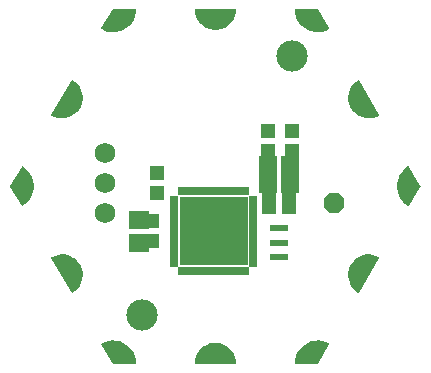
<source format=gbr>
G04 EAGLE Gerber RS-274X export*
G75*
%MOMM*%
%FSLAX34Y34*%
%LPD*%
%INSoldermask Bottom*%
%IPPOS*%
%AMOC8*
5,1,8,0,0,1.08239X$1,22.5*%
G01*
%ADD10C,2.643200*%
%ADD11R,1.303200X1.203200*%
%ADD12C,1.203200*%
%ADD13R,1.603197X0.603200*%
%ADD14R,0.753200X0.500381*%
%ADD15R,0.500381X0.753200*%
%ADD16R,5.803200X5.803200*%
%ADD17P,1.869504X8X22.500000*%
%ADD18R,1.203200X1.303200*%
%ADD19R,1.503200X1.703200*%
%ADD20R,1.703200X1.503200*%
%ADD21C,1.727200*%

G36*
X17029Y-1268D02*
X17029Y-1268D01*
X17058Y-1271D01*
X17125Y-1249D01*
X17195Y-1235D01*
X17219Y-1218D01*
X17247Y-1209D01*
X17300Y-1162D01*
X17359Y-1122D01*
X17375Y-1098D01*
X17397Y-1078D01*
X17428Y-1014D01*
X17466Y-955D01*
X17471Y-926D01*
X17483Y-900D01*
X17492Y-800D01*
X17499Y-758D01*
X17496Y-748D01*
X17498Y-734D01*
X17266Y2064D01*
X17256Y2098D01*
X17252Y2146D01*
X16563Y4867D01*
X16548Y4899D01*
X16536Y4945D01*
X15408Y7517D01*
X15388Y7545D01*
X15369Y7589D01*
X13833Y9940D01*
X13809Y9964D01*
X13783Y10005D01*
X11881Y12070D01*
X11853Y12091D01*
X11820Y12126D01*
X9605Y13851D01*
X9574Y13866D01*
X9536Y13896D01*
X7066Y15232D01*
X7033Y15242D01*
X6991Y15265D01*
X5805Y15673D01*
X4351Y16172D01*
X4350Y16172D01*
X4335Y16177D01*
X4301Y16182D01*
X4255Y16197D01*
X1486Y16659D01*
X1451Y16658D01*
X1404Y16666D01*
X-1404Y16666D01*
X-1438Y16659D01*
X-1486Y16659D01*
X-4255Y16197D01*
X-4288Y16185D01*
X-4335Y16177D01*
X-6991Y15265D01*
X-7021Y15248D01*
X-7066Y15232D01*
X-9536Y13896D01*
X-9562Y13874D01*
X-9605Y13851D01*
X-11820Y12126D01*
X-11843Y12100D01*
X-11881Y12070D01*
X-13783Y10005D01*
X-13801Y9975D01*
X-13833Y9940D01*
X-15369Y7589D01*
X-15382Y7557D01*
X-15408Y7517D01*
X-16536Y4945D01*
X-16543Y4912D01*
X-16546Y4905D01*
X-16552Y4896D01*
X-16553Y4890D01*
X-16563Y4867D01*
X-17252Y2146D01*
X-17254Y2111D01*
X-17266Y2064D01*
X-17498Y-734D01*
X-17494Y-763D01*
X-17499Y-792D01*
X-17483Y-861D01*
X-17474Y-931D01*
X-17460Y-957D01*
X-17453Y-985D01*
X-17411Y-1042D01*
X-17376Y-1104D01*
X-17352Y-1122D01*
X-17335Y-1145D01*
X-17274Y-1181D01*
X-17217Y-1224D01*
X-17189Y-1232D01*
X-17164Y-1247D01*
X-17066Y-1263D01*
X-17025Y-1274D01*
X-17014Y-1272D01*
X-17000Y-1274D01*
X17000Y-1274D01*
X17029Y-1268D01*
G37*
G36*
X1438Y281791D02*
X1438Y281791D01*
X1486Y281791D01*
X4255Y282253D01*
X4288Y282265D01*
X4335Y282273D01*
X6991Y283185D01*
X7021Y283202D01*
X7066Y283218D01*
X9536Y284554D01*
X9562Y284576D01*
X9605Y284599D01*
X11820Y286324D01*
X11843Y286350D01*
X11881Y286380D01*
X13783Y288445D01*
X13801Y288475D01*
X13833Y288510D01*
X15369Y290861D01*
X15382Y290893D01*
X15408Y290933D01*
X16536Y293505D01*
X16543Y293538D01*
X16563Y293583D01*
X17252Y296304D01*
X17254Y296339D01*
X17266Y296386D01*
X17498Y299184D01*
X17494Y299213D01*
X17499Y299242D01*
X17483Y299311D01*
X17474Y299381D01*
X17460Y299407D01*
X17453Y299435D01*
X17411Y299492D01*
X17376Y299554D01*
X17352Y299572D01*
X17335Y299595D01*
X17274Y299631D01*
X17217Y299674D01*
X17189Y299682D01*
X17164Y299697D01*
X17066Y299713D01*
X17025Y299724D01*
X17014Y299722D01*
X17000Y299724D01*
X-17000Y299724D01*
X-17029Y299718D01*
X-17058Y299721D01*
X-17125Y299699D01*
X-17195Y299685D01*
X-17219Y299668D01*
X-17247Y299659D01*
X-17300Y299612D01*
X-17359Y299572D01*
X-17375Y299548D01*
X-17397Y299528D01*
X-17428Y299464D01*
X-17466Y299405D01*
X-17471Y299376D01*
X-17483Y299350D01*
X-17492Y299250D01*
X-17499Y299208D01*
X-17496Y299198D01*
X-17498Y299184D01*
X-17266Y296386D01*
X-17256Y296352D01*
X-17252Y296304D01*
X-16563Y293583D01*
X-16548Y293551D01*
X-16536Y293505D01*
X-15408Y290933D01*
X-15388Y290905D01*
X-15369Y290861D01*
X-13833Y288510D01*
X-13809Y288486D01*
X-13783Y288445D01*
X-11881Y286380D01*
X-11853Y286359D01*
X-11820Y286324D01*
X-9605Y284599D01*
X-9574Y284584D01*
X-9536Y284554D01*
X-7066Y283218D01*
X-7033Y283208D01*
X-6991Y283185D01*
X-4335Y282273D01*
X-4301Y282269D01*
X-4255Y282253D01*
X-1486Y281791D01*
X-1451Y281792D01*
X-1404Y281784D01*
X1404Y281784D01*
X1438Y281791D01*
G37*
G36*
X-121393Y59035D02*
X-121393Y59035D01*
X-121322Y59032D01*
X-121295Y59042D01*
X-121266Y59044D01*
X-121176Y59086D01*
X-121136Y59101D01*
X-121128Y59109D01*
X-121115Y59115D01*
X-118812Y60714D01*
X-118788Y60740D01*
X-118748Y60767D01*
X-116739Y62724D01*
X-116720Y62753D01*
X-116685Y62786D01*
X-115026Y65047D01*
X-115011Y65078D01*
X-114982Y65117D01*
X-113718Y67620D01*
X-113709Y67654D01*
X-113687Y67697D01*
X-112851Y70374D01*
X-112848Y70408D01*
X-112833Y70454D01*
X-112450Y73233D01*
X-112452Y73267D01*
X-112446Y73315D01*
X-112525Y76118D01*
X-112533Y76152D01*
X-112534Y76200D01*
X-113073Y78952D01*
X-113087Y78984D01*
X-113096Y79032D01*
X-114081Y81657D01*
X-114096Y81682D01*
X-114101Y81702D01*
X-114109Y81713D01*
X-114116Y81732D01*
X-115520Y84160D01*
X-115543Y84186D01*
X-115567Y84228D01*
X-117351Y86391D01*
X-117378Y86413D01*
X-117409Y86450D01*
X-119525Y88291D01*
X-119555Y88308D01*
X-119591Y88340D01*
X-121982Y89807D01*
X-122014Y89818D01*
X-122055Y89844D01*
X-124654Y90897D01*
X-124688Y90904D01*
X-124733Y90922D01*
X-127470Y91533D01*
X-127505Y91534D01*
X-127552Y91545D01*
X-130352Y91697D01*
X-130386Y91692D01*
X-130434Y91695D01*
X-133222Y91385D01*
X-133255Y91374D01*
X-133303Y91369D01*
X-136001Y90604D01*
X-136031Y90588D01*
X-136078Y90575D01*
X-138613Y89376D01*
X-138637Y89359D01*
X-138664Y89349D01*
X-138716Y89300D01*
X-138773Y89257D01*
X-138787Y89232D01*
X-138809Y89212D01*
X-138837Y89147D01*
X-138873Y89086D01*
X-138876Y89057D01*
X-138888Y89030D01*
X-138889Y88959D01*
X-138898Y88888D01*
X-138890Y88860D01*
X-138890Y88831D01*
X-138856Y88738D01*
X-138844Y88697D01*
X-138837Y88688D01*
X-138832Y88675D01*
X-121832Y59275D01*
X-121813Y59253D01*
X-121800Y59227D01*
X-121747Y59179D01*
X-121700Y59126D01*
X-121674Y59114D01*
X-121652Y59094D01*
X-121585Y59071D01*
X-121521Y59041D01*
X-121492Y59039D01*
X-121464Y59030D01*
X-121393Y59035D01*
G37*
G36*
X130386Y206758D02*
X130386Y206758D01*
X130434Y206755D01*
X133222Y207065D01*
X133255Y207076D01*
X133303Y207081D01*
X136001Y207846D01*
X136031Y207862D01*
X136078Y207875D01*
X138613Y209074D01*
X138637Y209091D01*
X138664Y209101D01*
X138716Y209150D01*
X138773Y209193D01*
X138787Y209218D01*
X138809Y209238D01*
X138837Y209303D01*
X138873Y209365D01*
X138876Y209393D01*
X138888Y209420D01*
X138889Y209491D01*
X138898Y209562D01*
X138890Y209590D01*
X138890Y209619D01*
X138856Y209712D01*
X138844Y209753D01*
X138837Y209762D01*
X138832Y209775D01*
X121832Y239175D01*
X121813Y239197D01*
X121800Y239223D01*
X121747Y239271D01*
X121700Y239324D01*
X121674Y239336D01*
X121652Y239356D01*
X121585Y239379D01*
X121521Y239409D01*
X121492Y239411D01*
X121464Y239420D01*
X121393Y239415D01*
X121322Y239418D01*
X121295Y239408D01*
X121266Y239406D01*
X121176Y239364D01*
X121136Y239349D01*
X121128Y239341D01*
X121115Y239335D01*
X118812Y237736D01*
X118788Y237711D01*
X118748Y237683D01*
X116739Y235726D01*
X116720Y235697D01*
X116685Y235664D01*
X115026Y233403D01*
X115011Y233372D01*
X114982Y233333D01*
X113718Y230830D01*
X113709Y230796D01*
X113687Y230753D01*
X112851Y228076D01*
X112848Y228042D01*
X112833Y227996D01*
X112450Y225217D01*
X112452Y225183D01*
X112446Y225135D01*
X112525Y222332D01*
X112533Y222298D01*
X112534Y222250D01*
X113073Y219498D01*
X113087Y219466D01*
X113096Y219418D01*
X114081Y216793D01*
X114099Y216763D01*
X114116Y216718D01*
X115520Y214290D01*
X115543Y214264D01*
X115567Y214223D01*
X117351Y212059D01*
X117378Y212037D01*
X117409Y212000D01*
X119525Y210159D01*
X119555Y210142D01*
X119591Y210111D01*
X121982Y208643D01*
X122014Y208632D01*
X122055Y208606D01*
X124654Y207553D01*
X124688Y207546D01*
X124733Y207528D01*
X127470Y206917D01*
X127505Y206916D01*
X127552Y206905D01*
X130352Y206753D01*
X130386Y206758D01*
G37*
G36*
X121426Y59036D02*
X121426Y59036D01*
X121497Y59035D01*
X121524Y59046D01*
X121553Y59050D01*
X121615Y59084D01*
X121680Y59112D01*
X121701Y59133D01*
X121726Y59147D01*
X121789Y59223D01*
X121819Y59254D01*
X121823Y59264D01*
X121832Y59275D01*
X138832Y88675D01*
X138841Y88703D01*
X138858Y88727D01*
X138873Y88796D01*
X138895Y88864D01*
X138893Y88893D01*
X138899Y88921D01*
X138886Y88991D01*
X138880Y89062D01*
X138867Y89088D01*
X138861Y89116D01*
X138821Y89175D01*
X138789Y89238D01*
X138766Y89257D01*
X138750Y89281D01*
X138668Y89338D01*
X138635Y89365D01*
X138625Y89368D01*
X138613Y89376D01*
X136078Y90575D01*
X136044Y90583D01*
X136001Y90604D01*
X133303Y91369D01*
X133268Y91371D01*
X133222Y91385D01*
X130434Y91695D01*
X130400Y91692D01*
X130352Y91697D01*
X127552Y91545D01*
X127518Y91536D01*
X127470Y91533D01*
X124733Y90922D01*
X124701Y90908D01*
X124654Y90897D01*
X122055Y89844D01*
X122026Y89825D01*
X121982Y89807D01*
X119591Y88340D01*
X119566Y88316D01*
X119525Y88291D01*
X117409Y86450D01*
X117388Y86423D01*
X117351Y86391D01*
X115567Y84228D01*
X115551Y84197D01*
X115520Y84160D01*
X114116Y81732D01*
X114105Y81699D01*
X114098Y81686D01*
X114088Y81672D01*
X114088Y81669D01*
X114081Y81657D01*
X113096Y79032D01*
X113090Y78997D01*
X113073Y78952D01*
X112534Y76200D01*
X112534Y76166D01*
X112525Y76118D01*
X112446Y73315D01*
X112452Y73281D01*
X112450Y73233D01*
X112833Y70454D01*
X112845Y70422D01*
X112851Y70374D01*
X113687Y67697D01*
X113704Y67666D01*
X113718Y67620D01*
X114982Y65117D01*
X115004Y65090D01*
X115026Y65047D01*
X116685Y62786D01*
X116711Y62763D01*
X116739Y62724D01*
X118748Y60767D01*
X118777Y60748D01*
X118812Y60714D01*
X121115Y59115D01*
X121142Y59103D01*
X121165Y59085D01*
X121233Y59064D01*
X121298Y59036D01*
X121327Y59036D01*
X121355Y59028D01*
X121426Y59036D01*
G37*
G36*
X-127552Y206905D02*
X-127552Y206905D01*
X-127518Y206914D01*
X-127470Y206917D01*
X-124733Y207528D01*
X-124701Y207542D01*
X-124654Y207553D01*
X-122055Y208606D01*
X-122026Y208625D01*
X-121982Y208643D01*
X-119591Y210111D01*
X-119566Y210134D01*
X-119525Y210159D01*
X-117409Y212000D01*
X-117388Y212027D01*
X-117351Y212059D01*
X-115567Y214223D01*
X-115551Y214253D01*
X-115520Y214290D01*
X-114116Y216718D01*
X-114105Y216751D01*
X-114081Y216793D01*
X-113096Y219418D01*
X-113090Y219453D01*
X-113073Y219498D01*
X-112534Y222250D01*
X-112534Y222285D01*
X-112525Y222332D01*
X-112446Y225135D01*
X-112452Y225169D01*
X-112450Y225217D01*
X-112833Y227996D01*
X-112845Y228028D01*
X-112851Y228076D01*
X-113687Y230753D01*
X-113704Y230784D01*
X-113718Y230830D01*
X-114982Y233333D01*
X-115004Y233360D01*
X-115026Y233403D01*
X-116685Y235664D01*
X-116711Y235687D01*
X-116739Y235726D01*
X-118748Y237683D01*
X-118777Y237702D01*
X-118812Y237736D01*
X-121115Y239335D01*
X-121142Y239347D01*
X-121165Y239365D01*
X-121233Y239386D01*
X-121298Y239414D01*
X-121327Y239414D01*
X-121355Y239422D01*
X-121426Y239414D01*
X-121497Y239415D01*
X-121524Y239404D01*
X-121553Y239400D01*
X-121615Y239366D01*
X-121680Y239338D01*
X-121701Y239317D01*
X-121726Y239303D01*
X-121789Y239227D01*
X-121819Y239196D01*
X-121823Y239186D01*
X-121832Y239175D01*
X-138832Y209775D01*
X-138841Y209747D01*
X-138858Y209723D01*
X-138873Y209654D01*
X-138895Y209586D01*
X-138893Y209557D01*
X-138899Y209529D01*
X-138886Y209459D01*
X-138880Y209388D01*
X-138867Y209362D01*
X-138861Y209334D01*
X-138821Y209275D01*
X-138789Y209212D01*
X-138766Y209193D01*
X-138750Y209169D01*
X-138668Y209112D01*
X-138635Y209085D01*
X-138625Y209082D01*
X-138613Y209074D01*
X-136078Y207875D01*
X-136044Y207867D01*
X-136001Y207846D01*
X-133303Y207081D01*
X-133268Y207079D01*
X-133222Y207065D01*
X-130434Y206755D01*
X-130400Y206758D01*
X-130352Y206753D01*
X-127552Y206905D01*
G37*
G36*
X163727Y132236D02*
X163727Y132236D01*
X163798Y132236D01*
X163825Y132247D01*
X163854Y132250D01*
X163916Y132285D01*
X163981Y132313D01*
X164002Y132333D01*
X164027Y132348D01*
X164090Y132425D01*
X164120Y132455D01*
X164124Y132465D01*
X164133Y132476D01*
X173633Y148976D01*
X173643Y149008D01*
X173652Y149021D01*
X173656Y149045D01*
X173657Y149049D01*
X173688Y149119D01*
X173688Y149143D01*
X173696Y149165D01*
X173690Y149241D01*
X173691Y149318D01*
X173681Y149342D01*
X173680Y149363D01*
X173659Y149402D01*
X173633Y149474D01*
X164133Y165974D01*
X164114Y165996D01*
X164101Y166022D01*
X164048Y166070D01*
X164001Y166123D01*
X163975Y166136D01*
X163954Y166155D01*
X163886Y166178D01*
X163822Y166209D01*
X163793Y166211D01*
X163766Y166220D01*
X163694Y166215D01*
X163623Y166218D01*
X163596Y166208D01*
X163567Y166206D01*
X163477Y166164D01*
X163437Y166149D01*
X163429Y166142D01*
X163416Y166136D01*
X160893Y164394D01*
X160869Y164370D01*
X160831Y164343D01*
X158619Y162219D01*
X158600Y162191D01*
X158566Y162159D01*
X156724Y159708D01*
X156710Y159677D01*
X156681Y159640D01*
X155256Y156925D01*
X155247Y156894D01*
X155231Y156869D01*
X155230Y156861D01*
X155225Y156851D01*
X154254Y153943D01*
X154250Y153909D01*
X154235Y153865D01*
X153743Y150838D01*
X153744Y150804D01*
X153736Y150758D01*
X153736Y147692D01*
X153737Y147688D01*
X153737Y147686D01*
X153743Y147659D01*
X153743Y147612D01*
X154235Y144585D01*
X154247Y144554D01*
X154254Y144507D01*
X155225Y141599D01*
X155242Y141570D01*
X155256Y141525D01*
X156681Y138810D01*
X156703Y138784D01*
X156724Y138742D01*
X158566Y136291D01*
X158591Y136268D01*
X158619Y136231D01*
X160831Y134107D01*
X160859Y134089D01*
X160893Y134056D01*
X163416Y132314D01*
X163443Y132303D01*
X163465Y132284D01*
X163534Y132264D01*
X163599Y132236D01*
X163628Y132236D01*
X163656Y132228D01*
X163727Y132236D01*
G37*
G36*
X-163694Y132235D02*
X-163694Y132235D01*
X-163623Y132232D01*
X-163596Y132242D01*
X-163567Y132244D01*
X-163477Y132286D01*
X-163437Y132301D01*
X-163429Y132308D01*
X-163416Y132314D01*
X-160893Y134056D01*
X-160869Y134080D01*
X-160831Y134107D01*
X-158619Y136231D01*
X-158600Y136259D01*
X-158566Y136291D01*
X-156724Y138742D01*
X-156710Y138773D01*
X-156681Y138810D01*
X-155256Y141525D01*
X-155247Y141558D01*
X-155225Y141599D01*
X-154254Y144507D01*
X-154250Y144541D01*
X-154235Y144585D01*
X-153743Y147612D01*
X-153744Y147646D01*
X-153736Y147692D01*
X-153736Y150758D01*
X-153743Y150791D01*
X-153743Y150838D01*
X-154235Y153865D01*
X-154247Y153896D01*
X-154254Y153943D01*
X-155225Y156851D01*
X-155238Y156874D01*
X-155244Y156899D01*
X-155251Y156908D01*
X-155256Y156925D01*
X-156681Y159640D01*
X-156703Y159666D01*
X-156724Y159708D01*
X-158566Y162159D01*
X-158591Y162182D01*
X-158619Y162219D01*
X-160831Y164343D01*
X-160859Y164361D01*
X-160893Y164394D01*
X-163416Y166136D01*
X-163443Y166147D01*
X-163465Y166166D01*
X-163534Y166186D01*
X-163599Y166214D01*
X-163628Y166214D01*
X-163656Y166222D01*
X-163727Y166214D01*
X-163798Y166215D01*
X-163825Y166203D01*
X-163854Y166200D01*
X-163916Y166165D01*
X-163981Y166137D01*
X-164002Y166117D01*
X-164027Y166102D01*
X-164090Y166025D01*
X-164120Y165995D01*
X-164124Y165985D01*
X-164133Y165974D01*
X-173633Y149474D01*
X-173657Y149401D01*
X-173688Y149331D01*
X-173688Y149307D01*
X-173696Y149285D01*
X-173690Y149209D01*
X-173691Y149132D01*
X-173681Y149108D01*
X-173680Y149087D01*
X-173659Y149048D01*
X-173640Y148996D01*
X-173639Y148990D01*
X-173637Y148988D01*
X-173633Y148976D01*
X-164133Y132476D01*
X-164114Y132454D01*
X-164101Y132428D01*
X-164048Y132380D01*
X-164001Y132327D01*
X-163975Y132314D01*
X-163954Y132295D01*
X-163886Y132272D01*
X-163822Y132241D01*
X-163793Y132240D01*
X-163766Y132230D01*
X-163694Y132235D01*
G37*
G36*
X86676Y-1259D02*
X86676Y-1259D01*
X86754Y-1250D01*
X86773Y-1239D01*
X86795Y-1235D01*
X86859Y-1191D01*
X86927Y-1152D01*
X86943Y-1133D01*
X86959Y-1122D01*
X86983Y-1084D01*
X87033Y-1024D01*
X96533Y15476D01*
X96542Y15503D01*
X96558Y15527D01*
X96573Y15597D01*
X96596Y15665D01*
X96593Y15693D01*
X96599Y15721D01*
X96586Y15792D01*
X96580Y15863D01*
X96567Y15888D01*
X96561Y15916D01*
X96521Y15976D01*
X96488Y16039D01*
X96466Y16057D01*
X96450Y16081D01*
X96367Y16139D01*
X96335Y16166D01*
X96324Y16169D01*
X96314Y16176D01*
X93548Y17485D01*
X93515Y17493D01*
X93472Y17513D01*
X90532Y18361D01*
X90498Y18364D01*
X90454Y18377D01*
X87416Y18742D01*
X87382Y18739D01*
X87335Y18745D01*
X84278Y18618D01*
X84245Y18610D01*
X84198Y18609D01*
X81201Y17993D01*
X81170Y17980D01*
X81124Y17971D01*
X78264Y16882D01*
X78236Y16864D01*
X78192Y16848D01*
X75544Y15314D01*
X75518Y15292D01*
X75478Y15269D01*
X73110Y13331D01*
X73088Y13304D01*
X73052Y13275D01*
X71025Y10982D01*
X71009Y10953D01*
X70977Y10918D01*
X69345Y8330D01*
X69333Y8298D01*
X69308Y8259D01*
X68112Y5442D01*
X68105Y5409D01*
X68102Y5402D01*
X68098Y5396D01*
X68097Y5390D01*
X68086Y5366D01*
X67358Y2394D01*
X67356Y2360D01*
X67345Y2315D01*
X67102Y-735D01*
X67106Y-764D01*
X67101Y-792D01*
X67118Y-861D01*
X67126Y-933D01*
X67141Y-957D01*
X67147Y-985D01*
X67190Y-1043D01*
X67226Y-1105D01*
X67248Y-1122D01*
X67265Y-1145D01*
X67327Y-1182D01*
X67384Y-1225D01*
X67412Y-1232D01*
X67436Y-1247D01*
X67536Y-1263D01*
X67577Y-1274D01*
X67587Y-1272D01*
X67600Y-1274D01*
X86600Y-1274D01*
X86676Y-1259D01*
G37*
G36*
X-67572Y-1269D02*
X-67572Y-1269D01*
X-67544Y-1271D01*
X-67476Y-1249D01*
X-67405Y-1235D01*
X-67382Y-1219D01*
X-67355Y-1210D01*
X-67300Y-1163D01*
X-67241Y-1122D01*
X-67226Y-1098D01*
X-67205Y-1080D01*
X-67173Y-1015D01*
X-67134Y-955D01*
X-67129Y-927D01*
X-67117Y-901D01*
X-67108Y-799D01*
X-67101Y-758D01*
X-67103Y-748D01*
X-67102Y-735D01*
X-67345Y2315D01*
X-67354Y2347D01*
X-67358Y2394D01*
X-68086Y5366D01*
X-68101Y5397D01*
X-68112Y5442D01*
X-69308Y8259D01*
X-69327Y8287D01*
X-69345Y8330D01*
X-70977Y10918D01*
X-71001Y10942D01*
X-71025Y10982D01*
X-73052Y13275D01*
X-73079Y13295D01*
X-73110Y13331D01*
X-75478Y15269D01*
X-75508Y15285D01*
X-75544Y15314D01*
X-78192Y16848D01*
X-78224Y16858D01*
X-78264Y16882D01*
X-81124Y17971D01*
X-81157Y17976D01*
X-81201Y17993D01*
X-84198Y18609D01*
X-84232Y18609D01*
X-84278Y18618D01*
X-87335Y18745D01*
X-87369Y18740D01*
X-87416Y18742D01*
X-90454Y18377D01*
X-90486Y18366D01*
X-90532Y18361D01*
X-93472Y17513D01*
X-93502Y17497D01*
X-93548Y17485D01*
X-96314Y16176D01*
X-96336Y16159D01*
X-96363Y16149D01*
X-96415Y16100D01*
X-96473Y16057D01*
X-96487Y16032D01*
X-96508Y16013D01*
X-96537Y15947D01*
X-96573Y15885D01*
X-96576Y15857D01*
X-96588Y15831D01*
X-96589Y15759D01*
X-96598Y15688D01*
X-96590Y15661D01*
X-96591Y15632D01*
X-96555Y15537D01*
X-96544Y15497D01*
X-96537Y15488D01*
X-96533Y15476D01*
X-87033Y-1024D01*
X-86981Y-1082D01*
X-86935Y-1145D01*
X-86916Y-1156D01*
X-86901Y-1173D01*
X-86831Y-1207D01*
X-86764Y-1247D01*
X-86740Y-1251D01*
X-86722Y-1259D01*
X-86677Y-1261D01*
X-86600Y-1274D01*
X-67600Y-1274D01*
X-67572Y-1269D01*
G37*
G36*
X87369Y279710D02*
X87369Y279710D01*
X87416Y279708D01*
X90454Y280073D01*
X90486Y280084D01*
X90532Y280089D01*
X93472Y280937D01*
X93502Y280953D01*
X93548Y280965D01*
X96314Y282274D01*
X96336Y282291D01*
X96363Y282301D01*
X96415Y282350D01*
X96473Y282393D01*
X96487Y282418D01*
X96508Y282437D01*
X96537Y282503D01*
X96573Y282565D01*
X96576Y282593D01*
X96588Y282619D01*
X96589Y282691D01*
X96598Y282762D01*
X96590Y282789D01*
X96591Y282818D01*
X96555Y282913D01*
X96544Y282953D01*
X96537Y282962D01*
X96533Y282974D01*
X87033Y299474D01*
X86981Y299533D01*
X86935Y299595D01*
X86916Y299606D01*
X86901Y299623D01*
X86831Y299657D01*
X86764Y299697D01*
X86740Y299701D01*
X86722Y299709D01*
X86677Y299711D01*
X86600Y299724D01*
X67600Y299724D01*
X67572Y299719D01*
X67544Y299721D01*
X67476Y299699D01*
X67405Y299685D01*
X67382Y299669D01*
X67355Y299660D01*
X67300Y299613D01*
X67241Y299572D01*
X67226Y299548D01*
X67205Y299530D01*
X67173Y299465D01*
X67134Y299405D01*
X67129Y299377D01*
X67117Y299351D01*
X67108Y299250D01*
X67101Y299208D01*
X67103Y299198D01*
X67102Y299185D01*
X67345Y296135D01*
X67354Y296103D01*
X67358Y296056D01*
X68086Y293084D01*
X68101Y293053D01*
X68112Y293008D01*
X69308Y290191D01*
X69327Y290163D01*
X69345Y290120D01*
X70977Y287532D01*
X71001Y287508D01*
X71025Y287468D01*
X73052Y285175D01*
X73079Y285155D01*
X73110Y285119D01*
X75478Y283181D01*
X75508Y283165D01*
X75544Y283136D01*
X78192Y281603D01*
X78224Y281592D01*
X78264Y281568D01*
X81124Y280480D01*
X81157Y280474D01*
X81201Y280457D01*
X84198Y279841D01*
X84232Y279841D01*
X84278Y279832D01*
X87335Y279705D01*
X87369Y279710D01*
G37*
G36*
X-84278Y279832D02*
X-84278Y279832D01*
X-84245Y279840D01*
X-84198Y279841D01*
X-81201Y280457D01*
X-81170Y280470D01*
X-81124Y280480D01*
X-78264Y281568D01*
X-78236Y281586D01*
X-78192Y281603D01*
X-75544Y283136D01*
X-75518Y283158D01*
X-75478Y283181D01*
X-73110Y285119D01*
X-73088Y285146D01*
X-73052Y285175D01*
X-71025Y287468D01*
X-71009Y287497D01*
X-70977Y287532D01*
X-69345Y290120D01*
X-69333Y290152D01*
X-69308Y290191D01*
X-68112Y293008D01*
X-68105Y293041D01*
X-68086Y293084D01*
X-67358Y296056D01*
X-67356Y296090D01*
X-67345Y296135D01*
X-67102Y299185D01*
X-67106Y299214D01*
X-67101Y299242D01*
X-67118Y299311D01*
X-67126Y299383D01*
X-67141Y299407D01*
X-67147Y299435D01*
X-67190Y299493D01*
X-67226Y299555D01*
X-67248Y299572D01*
X-67265Y299595D01*
X-67327Y299632D01*
X-67384Y299675D01*
X-67412Y299682D01*
X-67436Y299697D01*
X-67536Y299713D01*
X-67577Y299724D01*
X-67587Y299722D01*
X-67600Y299724D01*
X-86600Y299724D01*
X-86676Y299709D01*
X-86754Y299700D01*
X-86773Y299689D01*
X-86795Y299685D01*
X-86859Y299641D01*
X-86927Y299602D01*
X-86943Y299583D01*
X-86959Y299572D01*
X-86983Y299534D01*
X-87033Y299474D01*
X-96533Y282974D01*
X-96542Y282947D01*
X-96558Y282923D01*
X-96573Y282853D01*
X-96596Y282785D01*
X-96593Y282757D01*
X-96599Y282729D01*
X-96586Y282659D01*
X-96580Y282587D01*
X-96567Y282562D01*
X-96561Y282534D01*
X-96521Y282474D01*
X-96488Y282411D01*
X-96466Y282393D01*
X-96450Y282369D01*
X-96367Y282311D01*
X-96335Y282284D01*
X-96324Y282281D01*
X-96314Y282274D01*
X-93548Y280965D01*
X-93515Y280957D01*
X-93472Y280937D01*
X-90532Y280089D01*
X-90498Y280086D01*
X-90454Y280073D01*
X-87416Y279708D01*
X-87382Y279711D01*
X-87335Y279705D01*
X-84278Y279832D01*
G37*
D10*
X-62128Y40234D03*
X64745Y259436D03*
D11*
X44450Y178825D03*
X44450Y195825D03*
X65088Y195825D03*
X65088Y178825D03*
D12*
X82600Y292325D03*
X165200Y149225D03*
X82600Y6125D03*
X-82600Y6125D03*
X-165200Y149225D03*
X-82600Y292325D03*
X123900Y220725D03*
X123900Y77725D03*
X0Y6125D03*
X-123900Y77725D03*
X-123900Y220725D03*
X0Y292325D03*
D13*
X53975Y89600D03*
X53975Y101600D03*
X53975Y113600D03*
D14*
X32213Y138632D03*
X32213Y133631D03*
X32213Y128629D03*
X32213Y123628D03*
X32213Y118627D03*
X32213Y113626D03*
X32213Y108624D03*
X32213Y103623D03*
X32213Y98622D03*
X32213Y93621D03*
X32213Y88619D03*
X32213Y83618D03*
D15*
X25920Y77325D03*
X20919Y77325D03*
X15917Y77325D03*
X10916Y77325D03*
X5915Y77325D03*
X914Y77325D03*
X-4089Y77325D03*
X-9090Y77325D03*
X-14091Y77325D03*
X-19092Y77325D03*
X-24094Y77325D03*
X-29095Y77325D03*
D14*
X-35388Y83618D03*
X-35388Y88619D03*
X-35388Y93621D03*
X-35388Y98622D03*
X-35388Y103623D03*
X-35388Y108624D03*
X-35388Y113626D03*
X-35388Y118627D03*
X-35388Y123628D03*
X-35388Y128629D03*
X-35388Y133631D03*
X-35388Y138632D03*
D15*
X-29095Y144925D03*
X-24094Y144925D03*
X-19092Y144925D03*
X-14091Y144925D03*
X-9090Y144925D03*
X-4089Y144925D03*
X914Y144925D03*
X5915Y144925D03*
X10916Y144925D03*
X15917Y144925D03*
X20919Y144925D03*
X25920Y144925D03*
D16*
X-1588Y111125D03*
D17*
X100013Y134938D03*
D11*
X-49213Y160900D03*
X-49213Y143900D03*
X45475Y141288D03*
X62475Y141288D03*
X45475Y131763D03*
X62475Y131763D03*
D18*
X-53975Y119625D03*
X-53975Y102625D03*
D19*
X44475Y166688D03*
X63475Y166688D03*
X44475Y152400D03*
X63475Y152400D03*
D20*
X-65088Y120625D03*
X-65088Y101625D03*
D21*
X-93663Y177800D03*
X-93663Y152400D03*
X-93663Y127000D03*
M02*

</source>
